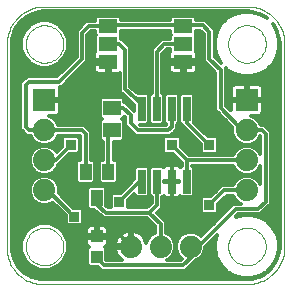
<source format=gtl>
G75*
G70*
%OFA0B0*%
%FSLAX24Y24*%
%IPPOS*%
%LPD*%
%AMOC8*
5,1,8,0,0,1.08239X$1,22.5*
%
%ADD10C,0.0000*%
%ADD11R,0.0740X0.0740*%
%ADD12C,0.0740*%
%ADD13R,0.0394X0.0433*%
%ADD14R,0.0260X0.0800*%
%ADD15R,0.0630X0.0460*%
%ADD16R,0.0394X0.0551*%
%ADD17R,0.0591X0.0512*%
%ADD18C,0.0120*%
%ADD19R,0.0356X0.0356*%
D10*
X000536Y001785D02*
X000534Y001719D01*
X000536Y001653D01*
X000542Y001587D01*
X000551Y001521D01*
X000564Y001456D01*
X000581Y001391D01*
X000601Y001328D01*
X000625Y001266D01*
X000652Y001206D01*
X000683Y001147D01*
X000717Y001089D01*
X000754Y001034D01*
X000794Y000981D01*
X000837Y000931D01*
X000882Y000882D01*
X000931Y000837D01*
X000981Y000794D01*
X001034Y000754D01*
X001089Y000717D01*
X001147Y000683D01*
X001206Y000652D01*
X001266Y000625D01*
X001328Y000601D01*
X001391Y000581D01*
X001456Y000564D01*
X001521Y000551D01*
X001587Y000542D01*
X001653Y000536D01*
X001719Y000534D01*
X001785Y000536D01*
X001785Y000535D02*
X008535Y000535D01*
X008603Y000537D01*
X008670Y000542D01*
X008737Y000551D01*
X008804Y000564D01*
X008869Y000581D01*
X008934Y000600D01*
X008998Y000624D01*
X009060Y000651D01*
X009121Y000681D01*
X009179Y000714D01*
X009236Y000750D01*
X009291Y000790D01*
X009344Y000832D01*
X009395Y000878D01*
X009442Y000925D01*
X009488Y000976D01*
X009530Y001029D01*
X009570Y001084D01*
X009606Y001141D01*
X009639Y001199D01*
X009669Y001260D01*
X009696Y001322D01*
X009720Y001386D01*
X009739Y001451D01*
X009756Y001516D01*
X009769Y001583D01*
X009778Y001650D01*
X009783Y001717D01*
X009785Y001785D01*
X009785Y008535D01*
X009783Y008603D01*
X009778Y008670D01*
X009769Y008737D01*
X009756Y008804D01*
X009739Y008869D01*
X009720Y008934D01*
X009696Y008998D01*
X009669Y009060D01*
X009639Y009121D01*
X009606Y009179D01*
X009570Y009236D01*
X009530Y009291D01*
X009488Y009344D01*
X009442Y009395D01*
X009395Y009442D01*
X009344Y009488D01*
X009291Y009530D01*
X009236Y009570D01*
X009179Y009606D01*
X009121Y009639D01*
X009060Y009669D01*
X008998Y009696D01*
X008934Y009720D01*
X008869Y009739D01*
X008804Y009756D01*
X008737Y009769D01*
X008670Y009778D01*
X008603Y009783D01*
X008535Y009785D01*
X001785Y009785D01*
X001160Y008535D02*
X001162Y008585D01*
X001168Y008634D01*
X001178Y008683D01*
X001191Y008730D01*
X001209Y008777D01*
X001230Y008822D01*
X001254Y008865D01*
X001282Y008906D01*
X001313Y008945D01*
X001347Y008981D01*
X001384Y009015D01*
X001424Y009045D01*
X001465Y009072D01*
X001509Y009096D01*
X001554Y009116D01*
X001601Y009132D01*
X001649Y009145D01*
X001698Y009154D01*
X001748Y009159D01*
X001797Y009160D01*
X001847Y009157D01*
X001896Y009150D01*
X001945Y009139D01*
X001992Y009125D01*
X002038Y009106D01*
X002083Y009084D01*
X002126Y009059D01*
X002166Y009030D01*
X002204Y008998D01*
X002240Y008964D01*
X002273Y008926D01*
X002302Y008886D01*
X002328Y008844D01*
X002351Y008800D01*
X002370Y008754D01*
X002386Y008707D01*
X002398Y008658D01*
X002406Y008609D01*
X002410Y008560D01*
X002410Y008510D01*
X002406Y008461D01*
X002398Y008412D01*
X002386Y008363D01*
X002370Y008316D01*
X002351Y008270D01*
X002328Y008226D01*
X002302Y008184D01*
X002273Y008144D01*
X002240Y008106D01*
X002204Y008072D01*
X002166Y008040D01*
X002126Y008011D01*
X002083Y007986D01*
X002038Y007964D01*
X001992Y007945D01*
X001945Y007931D01*
X001896Y007920D01*
X001847Y007913D01*
X001797Y007910D01*
X001748Y007911D01*
X001698Y007916D01*
X001649Y007925D01*
X001601Y007938D01*
X001554Y007954D01*
X001509Y007974D01*
X001465Y007998D01*
X001424Y008025D01*
X001384Y008055D01*
X001347Y008089D01*
X001313Y008125D01*
X001282Y008164D01*
X001254Y008205D01*
X001230Y008248D01*
X001209Y008293D01*
X001191Y008340D01*
X001178Y008387D01*
X001168Y008436D01*
X001162Y008485D01*
X001160Y008535D01*
X000535Y008535D02*
X000535Y001785D01*
X001160Y001785D02*
X001162Y001835D01*
X001168Y001884D01*
X001178Y001933D01*
X001191Y001980D01*
X001209Y002027D01*
X001230Y002072D01*
X001254Y002115D01*
X001282Y002156D01*
X001313Y002195D01*
X001347Y002231D01*
X001384Y002265D01*
X001424Y002295D01*
X001465Y002322D01*
X001509Y002346D01*
X001554Y002366D01*
X001601Y002382D01*
X001649Y002395D01*
X001698Y002404D01*
X001748Y002409D01*
X001797Y002410D01*
X001847Y002407D01*
X001896Y002400D01*
X001945Y002389D01*
X001992Y002375D01*
X002038Y002356D01*
X002083Y002334D01*
X002126Y002309D01*
X002166Y002280D01*
X002204Y002248D01*
X002240Y002214D01*
X002273Y002176D01*
X002302Y002136D01*
X002328Y002094D01*
X002351Y002050D01*
X002370Y002004D01*
X002386Y001957D01*
X002398Y001908D01*
X002406Y001859D01*
X002410Y001810D01*
X002410Y001760D01*
X002406Y001711D01*
X002398Y001662D01*
X002386Y001613D01*
X002370Y001566D01*
X002351Y001520D01*
X002328Y001476D01*
X002302Y001434D01*
X002273Y001394D01*
X002240Y001356D01*
X002204Y001322D01*
X002166Y001290D01*
X002126Y001261D01*
X002083Y001236D01*
X002038Y001214D01*
X001992Y001195D01*
X001945Y001181D01*
X001896Y001170D01*
X001847Y001163D01*
X001797Y001160D01*
X001748Y001161D01*
X001698Y001166D01*
X001649Y001175D01*
X001601Y001188D01*
X001554Y001204D01*
X001509Y001224D01*
X001465Y001248D01*
X001424Y001275D01*
X001384Y001305D01*
X001347Y001339D01*
X001313Y001375D01*
X001282Y001414D01*
X001254Y001455D01*
X001230Y001498D01*
X001209Y001543D01*
X001191Y001590D01*
X001178Y001637D01*
X001168Y001686D01*
X001162Y001735D01*
X001160Y001785D01*
X000535Y008535D02*
X000537Y008603D01*
X000542Y008670D01*
X000551Y008737D01*
X000564Y008804D01*
X000581Y008869D01*
X000600Y008934D01*
X000624Y008998D01*
X000651Y009060D01*
X000681Y009121D01*
X000714Y009179D01*
X000750Y009236D01*
X000790Y009291D01*
X000832Y009344D01*
X000878Y009395D01*
X000925Y009442D01*
X000976Y009488D01*
X001029Y009530D01*
X001084Y009570D01*
X001141Y009606D01*
X001199Y009639D01*
X001260Y009669D01*
X001322Y009696D01*
X001386Y009720D01*
X001451Y009739D01*
X001516Y009756D01*
X001583Y009769D01*
X001650Y009778D01*
X001717Y009783D01*
X001785Y009785D01*
X007910Y008535D02*
X007912Y008585D01*
X007918Y008634D01*
X007928Y008683D01*
X007941Y008730D01*
X007959Y008777D01*
X007980Y008822D01*
X008004Y008865D01*
X008032Y008906D01*
X008063Y008945D01*
X008097Y008981D01*
X008134Y009015D01*
X008174Y009045D01*
X008215Y009072D01*
X008259Y009096D01*
X008304Y009116D01*
X008351Y009132D01*
X008399Y009145D01*
X008448Y009154D01*
X008498Y009159D01*
X008547Y009160D01*
X008597Y009157D01*
X008646Y009150D01*
X008695Y009139D01*
X008742Y009125D01*
X008788Y009106D01*
X008833Y009084D01*
X008876Y009059D01*
X008916Y009030D01*
X008954Y008998D01*
X008990Y008964D01*
X009023Y008926D01*
X009052Y008886D01*
X009078Y008844D01*
X009101Y008800D01*
X009120Y008754D01*
X009136Y008707D01*
X009148Y008658D01*
X009156Y008609D01*
X009160Y008560D01*
X009160Y008510D01*
X009156Y008461D01*
X009148Y008412D01*
X009136Y008363D01*
X009120Y008316D01*
X009101Y008270D01*
X009078Y008226D01*
X009052Y008184D01*
X009023Y008144D01*
X008990Y008106D01*
X008954Y008072D01*
X008916Y008040D01*
X008876Y008011D01*
X008833Y007986D01*
X008788Y007964D01*
X008742Y007945D01*
X008695Y007931D01*
X008646Y007920D01*
X008597Y007913D01*
X008547Y007910D01*
X008498Y007911D01*
X008448Y007916D01*
X008399Y007925D01*
X008351Y007938D01*
X008304Y007954D01*
X008259Y007974D01*
X008215Y007998D01*
X008174Y008025D01*
X008134Y008055D01*
X008097Y008089D01*
X008063Y008125D01*
X008032Y008164D01*
X008004Y008205D01*
X007980Y008248D01*
X007959Y008293D01*
X007941Y008340D01*
X007928Y008387D01*
X007918Y008436D01*
X007912Y008485D01*
X007910Y008535D01*
X007910Y001785D02*
X007912Y001835D01*
X007918Y001884D01*
X007928Y001933D01*
X007941Y001980D01*
X007959Y002027D01*
X007980Y002072D01*
X008004Y002115D01*
X008032Y002156D01*
X008063Y002195D01*
X008097Y002231D01*
X008134Y002265D01*
X008174Y002295D01*
X008215Y002322D01*
X008259Y002346D01*
X008304Y002366D01*
X008351Y002382D01*
X008399Y002395D01*
X008448Y002404D01*
X008498Y002409D01*
X008547Y002410D01*
X008597Y002407D01*
X008646Y002400D01*
X008695Y002389D01*
X008742Y002375D01*
X008788Y002356D01*
X008833Y002334D01*
X008876Y002309D01*
X008916Y002280D01*
X008954Y002248D01*
X008990Y002214D01*
X009023Y002176D01*
X009052Y002136D01*
X009078Y002094D01*
X009101Y002050D01*
X009120Y002004D01*
X009136Y001957D01*
X009148Y001908D01*
X009156Y001859D01*
X009160Y001810D01*
X009160Y001760D01*
X009156Y001711D01*
X009148Y001662D01*
X009136Y001613D01*
X009120Y001566D01*
X009101Y001520D01*
X009078Y001476D01*
X009052Y001434D01*
X009023Y001394D01*
X008990Y001356D01*
X008954Y001322D01*
X008916Y001290D01*
X008876Y001261D01*
X008833Y001236D01*
X008788Y001214D01*
X008742Y001195D01*
X008695Y001181D01*
X008646Y001170D01*
X008597Y001163D01*
X008547Y001160D01*
X008498Y001161D01*
X008448Y001166D01*
X008399Y001175D01*
X008351Y001188D01*
X008304Y001204D01*
X008259Y001224D01*
X008215Y001248D01*
X008174Y001275D01*
X008134Y001305D01*
X008097Y001339D01*
X008063Y001375D01*
X008032Y001414D01*
X008004Y001455D01*
X007980Y001498D01*
X007959Y001543D01*
X007941Y001590D01*
X007928Y001637D01*
X007918Y001686D01*
X007912Y001735D01*
X007910Y001785D01*
D11*
X008535Y006660D03*
X001785Y006660D03*
D12*
X001785Y005660D03*
X001785Y004660D03*
X001785Y003660D03*
X004660Y001785D03*
X005660Y001785D03*
X006660Y001785D03*
X008535Y003660D03*
X008535Y004660D03*
X008535Y005660D03*
D13*
X003535Y002120D03*
X003535Y001450D03*
D14*
X005035Y003950D03*
X005535Y003950D03*
X006035Y003950D03*
X006535Y003950D03*
X006535Y006370D03*
X006035Y006370D03*
X005535Y006370D03*
X005035Y006370D03*
D15*
X003910Y007935D03*
X003910Y008535D03*
X003910Y009135D03*
X006410Y009135D03*
X006410Y008535D03*
X006410Y007935D03*
D16*
X003909Y004281D03*
X003161Y004281D03*
X003535Y003414D03*
D17*
X004035Y005661D03*
X004035Y006409D03*
D18*
X001607Y001009D02*
X000995Y001009D01*
X000901Y001103D02*
X000762Y001354D01*
X000697Y001633D01*
X000695Y001764D01*
X000695Y001781D01*
X000698Y001843D01*
X000695Y001846D01*
X000695Y008535D01*
X000708Y008706D01*
X000814Y009030D01*
X001014Y009306D01*
X001290Y009506D01*
X001614Y009612D01*
X001785Y009625D01*
X008535Y009625D01*
X008706Y009612D01*
X009030Y009506D01*
X009190Y009390D01*
X008947Y009530D01*
X008676Y009603D01*
X008394Y009603D01*
X008123Y009530D01*
X007879Y009389D01*
X007681Y009191D01*
X007540Y008947D01*
X007467Y008676D01*
X007467Y008394D01*
X007540Y008123D01*
X007661Y007914D01*
X007465Y008110D01*
X007465Y009010D01*
X007135Y009340D01*
X006845Y009340D01*
X006845Y009415D01*
X006775Y009485D01*
X006045Y009485D01*
X005975Y009415D01*
X005975Y009340D01*
X004345Y009340D01*
X004345Y009415D01*
X004275Y009485D01*
X003545Y009485D01*
X003475Y009415D01*
X003475Y009315D01*
X003185Y009315D01*
X003080Y009210D01*
X003080Y009210D01*
X002855Y008985D01*
X002855Y008110D01*
X002210Y007465D01*
X001210Y007465D01*
X001085Y007340D01*
X000980Y007235D01*
X000980Y005710D01*
X001105Y005585D01*
X001210Y005480D01*
X001329Y005480D01*
X001370Y005382D01*
X001507Y005245D01*
X001688Y005170D01*
X001882Y005170D01*
X002063Y005245D01*
X002200Y005382D01*
X002241Y005480D01*
X002961Y005480D01*
X002981Y005460D01*
X002981Y004676D01*
X002914Y004676D01*
X002844Y004606D01*
X002844Y003955D01*
X002914Y003885D01*
X003408Y003885D01*
X003478Y003955D01*
X003478Y004606D01*
X003408Y004676D01*
X003341Y004676D01*
X003341Y005610D01*
X003111Y005840D01*
X002241Y005840D01*
X002200Y005938D01*
X002063Y006075D01*
X001931Y006130D01*
X002176Y006130D01*
X002217Y006141D01*
X002253Y006162D01*
X002283Y006192D01*
X002304Y006228D01*
X002315Y006269D01*
X002315Y006620D01*
X001825Y006620D01*
X001825Y006700D01*
X002315Y006700D01*
X002315Y007051D01*
X002304Y007092D01*
X002296Y007105D01*
X002360Y007105D01*
X002465Y007210D01*
X003215Y007960D01*
X003215Y008835D01*
X003335Y008955D01*
X003475Y008955D01*
X003475Y008855D01*
X003495Y008835D01*
X003475Y008815D01*
X003475Y008271D01*
X003467Y008263D01*
X003446Y008227D01*
X003435Y008186D01*
X003435Y007990D01*
X003855Y007990D01*
X003855Y007880D01*
X003965Y007880D01*
X003965Y007545D01*
X004246Y007545D01*
X004287Y007556D01*
X004293Y007559D01*
X004293Y007103D01*
X004288Y007099D01*
X004293Y007030D01*
X004293Y006960D01*
X004297Y006956D01*
X004297Y006950D01*
X004349Y006904D01*
X004398Y006855D01*
X004404Y006855D01*
X004785Y006516D01*
X004785Y006290D01*
X004590Y006485D01*
X004485Y006590D01*
X004450Y006590D01*
X004450Y006715D01*
X004380Y006785D01*
X003690Y006785D01*
X003620Y006715D01*
X003620Y006103D01*
X003688Y006035D01*
X003620Y005967D01*
X003620Y005355D01*
X003690Y005285D01*
X003729Y005285D01*
X003729Y004676D01*
X003662Y004676D01*
X003592Y004606D01*
X003592Y003955D01*
X003662Y003885D01*
X004156Y003885D01*
X004226Y003955D01*
X004226Y004606D01*
X004156Y004676D01*
X004089Y004676D01*
X004089Y005285D01*
X004380Y005285D01*
X004450Y005355D01*
X004450Y005967D01*
X004382Y006035D01*
X004450Y006103D01*
X004450Y006115D01*
X004480Y006085D01*
X004480Y005835D01*
X004585Y005730D01*
X004835Y005480D01*
X005985Y005480D01*
X006090Y005585D01*
X006215Y005710D01*
X006215Y005850D01*
X006285Y005920D01*
X006355Y005850D01*
X006355Y005835D01*
X006460Y005730D01*
X006460Y005730D01*
X006987Y005204D01*
X006987Y004932D01*
X007057Y004862D01*
X007513Y004862D01*
X007583Y004932D01*
X007583Y005388D01*
X007513Y005458D01*
X007241Y005458D01*
X006782Y005917D01*
X006785Y005920D01*
X006785Y006820D01*
X006715Y006890D01*
X006355Y006890D01*
X006285Y006820D01*
X006285Y005920D01*
X006285Y006820D01*
X006215Y006890D01*
X005855Y006890D01*
X005785Y006820D01*
X005715Y006890D01*
X005715Y008210D01*
X005860Y008355D01*
X005975Y008355D01*
X005975Y008271D01*
X005967Y008263D01*
X005946Y008227D01*
X005935Y008186D01*
X005935Y007990D01*
X006355Y007990D01*
X006355Y007880D01*
X006465Y007880D01*
X006465Y007990D01*
X006885Y007990D01*
X006885Y008186D01*
X006874Y008227D01*
X006853Y008263D01*
X006845Y008271D01*
X006845Y008815D01*
X006825Y008835D01*
X006845Y008855D01*
X006845Y008980D01*
X006985Y008980D01*
X007105Y008860D01*
X007105Y007960D01*
X007210Y007855D01*
X007480Y007585D01*
X007480Y006335D01*
X007585Y006230D01*
X008049Y005767D01*
X008045Y005757D01*
X008045Y005563D01*
X008120Y005382D01*
X008257Y005245D01*
X008438Y005170D01*
X008632Y005170D01*
X008813Y005245D01*
X008950Y005382D01*
X008980Y005454D01*
X008980Y004866D01*
X008950Y004938D01*
X008813Y005075D01*
X008632Y005150D01*
X008438Y005150D01*
X008257Y005075D01*
X008120Y004938D01*
X008079Y004840D01*
X006610Y004840D01*
X006333Y005116D01*
X006333Y005388D01*
X006263Y005458D01*
X005807Y005458D01*
X005737Y005388D01*
X005737Y004932D01*
X005807Y004862D01*
X006079Y004862D01*
X006355Y004585D01*
X006355Y004470D01*
X006308Y004423D01*
X006293Y004448D01*
X006263Y004478D01*
X006227Y004499D01*
X006186Y004510D01*
X006040Y004510D01*
X006040Y003955D01*
X006030Y003955D01*
X006030Y004510D01*
X005884Y004510D01*
X005843Y004499D01*
X005807Y004478D01*
X005777Y004448D01*
X005762Y004423D01*
X005715Y004470D01*
X005355Y004470D01*
X005285Y004400D01*
X005215Y004470D01*
X004855Y004470D01*
X004785Y004400D01*
X004785Y004040D01*
X004329Y003583D01*
X004057Y003583D01*
X003987Y003513D01*
X003987Y003090D01*
X003914Y003090D01*
X003852Y003139D01*
X003852Y003740D01*
X003782Y003810D01*
X003288Y003810D01*
X003218Y003740D01*
X003218Y003089D01*
X003288Y003019D01*
X003422Y003019D01*
X003460Y002980D01*
X003473Y002980D01*
X003732Y002775D01*
X003777Y002730D01*
X003789Y002730D01*
X003799Y002723D01*
X003863Y002730D01*
X005210Y002730D01*
X005480Y002460D01*
X005480Y002241D01*
X005382Y002200D01*
X005245Y002063D01*
X005178Y001902D01*
X005177Y001909D01*
X005151Y001988D01*
X005113Y002063D01*
X005064Y002130D01*
X005005Y002189D01*
X004938Y002238D01*
X004863Y002276D01*
X004784Y002302D01*
X004702Y002315D01*
X004700Y002315D01*
X004700Y001825D01*
X004620Y001825D01*
X004620Y002315D01*
X004618Y002315D01*
X004536Y002302D01*
X004457Y002276D01*
X004382Y002238D01*
X004315Y002189D01*
X004256Y002130D01*
X004207Y002063D01*
X004169Y001988D01*
X004143Y001909D01*
X004130Y001827D01*
X004130Y001825D01*
X004620Y001825D01*
X004620Y001745D01*
X004130Y001745D01*
X004130Y001743D01*
X004143Y001661D01*
X004169Y001582D01*
X004207Y001507D01*
X004256Y001440D01*
X004315Y001381D01*
X004371Y001340D01*
X003860Y001340D01*
X003852Y001348D01*
X003852Y001717D01*
X003807Y001762D01*
X003830Y001775D01*
X003860Y001805D01*
X003881Y001841D01*
X003892Y001882D01*
X003892Y002081D01*
X003573Y002081D01*
X003573Y002158D01*
X003497Y002158D01*
X003497Y002496D01*
X003317Y002496D01*
X003276Y002485D01*
X003240Y002464D01*
X003210Y002434D01*
X003189Y002398D01*
X003178Y002357D01*
X003178Y002158D01*
X003497Y002158D01*
X003497Y002081D01*
X003178Y002081D01*
X003178Y001882D01*
X003189Y001841D01*
X003210Y001805D01*
X003240Y001775D01*
X003263Y001762D01*
X003218Y001717D01*
X003218Y001184D01*
X003288Y001114D01*
X003577Y001114D01*
X003605Y001085D01*
X003710Y000980D01*
X006485Y000980D01*
X006735Y001230D01*
X006829Y001325D01*
X006938Y001370D01*
X007075Y001507D01*
X007150Y001688D01*
X007150Y001770D01*
X007538Y002158D01*
X007475Y001925D01*
X007475Y001645D01*
X007547Y001376D01*
X007687Y001134D01*
X007884Y000937D01*
X008126Y000797D01*
X008395Y000725D01*
X008675Y000725D01*
X008944Y000797D01*
X009186Y000937D01*
X009383Y001134D01*
X009523Y001376D01*
X009595Y001645D01*
X009595Y001925D01*
X009523Y002194D01*
X009625Y002194D01*
X009523Y002194D02*
X009383Y002436D01*
X009186Y002633D01*
X008944Y002773D01*
X008675Y002845D01*
X008395Y002845D01*
X008162Y002782D01*
X008235Y002855D01*
X008985Y002855D01*
X009340Y003210D01*
X009340Y005610D01*
X009235Y005715D01*
X009110Y005840D01*
X008991Y005840D01*
X008950Y005938D01*
X008813Y006075D01*
X008681Y006130D01*
X008926Y006130D01*
X008967Y006141D01*
X009003Y006162D01*
X009033Y006192D01*
X009054Y006228D01*
X009065Y006269D01*
X009065Y006620D01*
X008575Y006620D01*
X008575Y006700D01*
X008495Y006700D01*
X008495Y007190D01*
X008144Y007190D01*
X008103Y007179D01*
X008067Y007158D01*
X008037Y007128D01*
X008016Y007092D01*
X008005Y007051D01*
X008005Y006700D01*
X008495Y006700D01*
X008495Y006620D01*
X008005Y006620D01*
X008005Y006320D01*
X007840Y006485D01*
X007840Y007720D01*
X007879Y007681D01*
X008123Y007540D01*
X008394Y007467D01*
X008676Y007467D01*
X008947Y007540D01*
X009191Y007681D01*
X009389Y007879D01*
X009530Y008123D01*
X009603Y008394D01*
X009603Y008676D01*
X009530Y008947D01*
X009390Y009190D01*
X009506Y009030D01*
X009612Y008706D01*
X009625Y008535D01*
X009625Y001785D01*
X009612Y001614D01*
X009506Y001290D01*
X009306Y001014D01*
X009030Y000814D01*
X008706Y000708D01*
X008535Y000695D01*
X001846Y000695D01*
X001843Y000698D01*
X001781Y000695D01*
X001764Y000695D01*
X001633Y000697D01*
X001354Y000762D01*
X001103Y000901D01*
X000901Y001103D01*
X000887Y001128D02*
X001332Y001128D01*
X001340Y001120D02*
X001629Y001000D01*
X001941Y001000D01*
X002230Y001120D01*
X002450Y001340D01*
X002570Y001629D01*
X002570Y001941D01*
X002450Y002230D01*
X002230Y002450D01*
X001941Y002570D01*
X001629Y002570D01*
X001340Y002450D01*
X001120Y002230D01*
X001000Y001941D01*
X001000Y001629D01*
X001120Y001340D01*
X001340Y001120D01*
X001214Y001246D02*
X000821Y001246D01*
X000759Y001365D02*
X001109Y001365D01*
X001060Y001483D02*
X000732Y001483D01*
X000705Y001602D02*
X001011Y001602D01*
X001000Y001720D02*
X000696Y001720D01*
X000698Y001839D02*
X001000Y001839D01*
X001007Y001957D02*
X000695Y001957D01*
X000695Y002076D02*
X001056Y002076D01*
X001105Y002194D02*
X000695Y002194D01*
X000695Y002313D02*
X001202Y002313D01*
X001321Y002431D02*
X000695Y002431D01*
X000695Y002550D02*
X001579Y002550D01*
X001991Y002550D02*
X002495Y002550D01*
X002487Y002557D02*
X002557Y002487D01*
X003013Y002487D01*
X003083Y002557D01*
X003083Y003013D01*
X003013Y003083D01*
X002741Y003083D01*
X002271Y003553D01*
X002275Y003563D01*
X002275Y003757D01*
X002200Y003938D01*
X002063Y004075D01*
X001882Y004150D01*
X001688Y004150D01*
X001507Y004075D01*
X001370Y003938D01*
X001295Y003757D01*
X001295Y003563D01*
X001370Y003382D01*
X001507Y003245D01*
X001688Y003170D01*
X001882Y003170D01*
X002063Y003245D01*
X002067Y003249D01*
X002487Y002829D01*
X002487Y002557D01*
X002487Y002668D02*
X000695Y002668D01*
X000695Y002787D02*
X002487Y002787D01*
X002410Y002905D02*
X000695Y002905D01*
X000695Y003024D02*
X002292Y003024D01*
X002173Y003142D02*
X000695Y003142D01*
X000695Y003261D02*
X001492Y003261D01*
X001373Y003379D02*
X000695Y003379D01*
X000695Y003498D02*
X001322Y003498D01*
X001295Y003616D02*
X000695Y003616D01*
X000695Y003735D02*
X001295Y003735D01*
X001335Y003853D02*
X000695Y003853D01*
X000695Y003972D02*
X001404Y003972D01*
X001543Y004090D02*
X000695Y004090D01*
X000695Y004209D02*
X001595Y004209D01*
X001507Y004245D02*
X001688Y004170D01*
X001882Y004170D01*
X002063Y004245D01*
X002200Y004382D01*
X002245Y004491D01*
X002616Y004862D01*
X002888Y004862D01*
X002958Y004932D01*
X002958Y005388D01*
X002888Y005458D01*
X002432Y005458D01*
X002362Y005388D01*
X002362Y005116D01*
X002192Y004946D01*
X002063Y005075D01*
X001882Y005150D01*
X001688Y005150D01*
X001507Y005075D01*
X001370Y004938D01*
X001295Y004757D01*
X001295Y004563D01*
X001370Y004382D01*
X001507Y004245D01*
X001425Y004327D02*
X000695Y004327D01*
X000695Y004446D02*
X001343Y004446D01*
X001295Y004564D02*
X000695Y004564D01*
X000695Y004683D02*
X001295Y004683D01*
X001313Y004801D02*
X000695Y004801D01*
X000695Y004920D02*
X001362Y004920D01*
X001470Y005038D02*
X000695Y005038D01*
X000695Y005157D02*
X002362Y005157D01*
X002283Y005038D02*
X002100Y005038D01*
X002093Y005275D02*
X002362Y005275D01*
X002368Y005394D02*
X002205Y005394D01*
X002229Y005868D02*
X003620Y005868D01*
X003620Y005749D02*
X003202Y005749D01*
X003320Y005631D02*
X003620Y005631D01*
X003620Y005512D02*
X003341Y005512D01*
X003341Y005394D02*
X003620Y005394D01*
X003729Y005275D02*
X003341Y005275D01*
X003341Y005157D02*
X003729Y005157D01*
X003729Y005038D02*
X003341Y005038D01*
X003341Y004920D02*
X003729Y004920D01*
X003729Y004801D02*
X003341Y004801D01*
X003341Y004683D02*
X003729Y004683D01*
X003592Y004564D02*
X003478Y004564D01*
X003478Y004446D02*
X003592Y004446D01*
X003592Y004327D02*
X003478Y004327D01*
X003478Y004209D02*
X003592Y004209D01*
X003592Y004090D02*
X003478Y004090D01*
X003478Y003972D02*
X003592Y003972D01*
X003852Y003735D02*
X004480Y003735D01*
X004598Y003853D02*
X002235Y003853D01*
X002275Y003735D02*
X003218Y003735D01*
X003218Y003616D02*
X002275Y003616D01*
X002327Y003498D02*
X003218Y003498D01*
X003218Y003379D02*
X002446Y003379D01*
X002564Y003261D02*
X003218Y003261D01*
X003218Y003142D02*
X002683Y003142D01*
X002785Y002785D02*
X001910Y003660D01*
X001785Y003660D01*
X002166Y003972D02*
X002844Y003972D01*
X002844Y004090D02*
X002027Y004090D01*
X001975Y004209D02*
X002844Y004209D01*
X002844Y004327D02*
X002145Y004327D01*
X002227Y004446D02*
X002844Y004446D01*
X002844Y004564D02*
X002319Y004564D01*
X002437Y004683D02*
X002981Y004683D01*
X002981Y004801D02*
X002556Y004801D01*
X002660Y005160D02*
X002160Y004660D01*
X001785Y004660D01*
X001477Y005275D02*
X000695Y005275D01*
X000695Y005394D02*
X001365Y005394D01*
X001178Y005512D02*
X000695Y005512D01*
X000695Y005631D02*
X001060Y005631D01*
X000980Y005749D02*
X000695Y005749D01*
X000695Y005868D02*
X000980Y005868D01*
X000980Y005986D02*
X000695Y005986D01*
X000695Y006105D02*
X000980Y006105D01*
X000980Y006223D02*
X000695Y006223D01*
X000695Y006342D02*
X000980Y006342D01*
X000980Y006460D02*
X000695Y006460D01*
X000695Y006579D02*
X000980Y006579D01*
X000980Y006697D02*
X000695Y006697D01*
X000695Y006816D02*
X000980Y006816D01*
X000980Y006934D02*
X000695Y006934D01*
X000695Y007053D02*
X000980Y007053D01*
X000980Y007171D02*
X000695Y007171D01*
X000695Y007290D02*
X001035Y007290D01*
X001153Y007408D02*
X000695Y007408D01*
X000695Y007527D02*
X002272Y007527D01*
X002390Y007645D02*
X000695Y007645D01*
X000695Y007764D02*
X001596Y007764D01*
X001629Y007750D02*
X001941Y007750D01*
X002230Y007870D01*
X002450Y008090D01*
X002570Y008379D01*
X002570Y008691D01*
X002450Y008980D01*
X002230Y009200D01*
X001941Y009320D01*
X001629Y009320D01*
X001340Y009200D01*
X001120Y008980D01*
X001000Y008691D01*
X001000Y008379D01*
X001120Y008090D01*
X001340Y007870D01*
X001629Y007750D01*
X001328Y007882D02*
X000695Y007882D01*
X000695Y008001D02*
X001209Y008001D01*
X001108Y008119D02*
X000695Y008119D01*
X000695Y008238D02*
X001059Y008238D01*
X001009Y008356D02*
X000695Y008356D01*
X000695Y008475D02*
X001000Y008475D01*
X001000Y008593D02*
X000700Y008593D01*
X000710Y008712D02*
X001008Y008712D01*
X001058Y008830D02*
X000749Y008830D01*
X000787Y008949D02*
X001107Y008949D01*
X001207Y009067D02*
X000841Y009067D01*
X000927Y009186D02*
X001325Y009186D01*
X001175Y009423D02*
X003483Y009423D01*
X003635Y009135D02*
X003910Y009135D01*
X003935Y009160D01*
X006435Y009160D01*
X006410Y009135D01*
X006435Y009160D02*
X007060Y009160D01*
X007285Y008935D01*
X007285Y008035D01*
X007660Y007660D01*
X007660Y006410D01*
X008285Y005785D01*
X008285Y005660D01*
X008535Y005660D01*
X009035Y005660D01*
X009160Y005535D01*
X009160Y003285D01*
X008910Y003035D01*
X008160Y003035D01*
X006910Y001785D01*
X006660Y001785D01*
X006660Y001410D01*
X006410Y001160D01*
X003785Y001160D01*
X003535Y001410D01*
X003535Y001450D01*
X003852Y001483D02*
X004224Y001483D01*
X004162Y001602D02*
X003852Y001602D01*
X003848Y001720D02*
X004134Y001720D01*
X004132Y001839D02*
X003879Y001839D01*
X003892Y001957D02*
X004159Y001957D01*
X004216Y002076D02*
X003892Y002076D01*
X003892Y002158D02*
X003892Y002357D01*
X003881Y002398D01*
X003860Y002434D01*
X003830Y002464D01*
X003794Y002485D01*
X003753Y002496D01*
X003573Y002496D01*
X003573Y002158D01*
X003892Y002158D01*
X003892Y002194D02*
X004321Y002194D01*
X004325Y002120D02*
X004660Y001785D01*
X004620Y001839D02*
X004700Y001839D01*
X004700Y001957D02*
X004620Y001957D01*
X004620Y002076D02*
X004700Y002076D01*
X004700Y002194D02*
X004620Y002194D01*
X004620Y002313D02*
X004700Y002313D01*
X004717Y002313D02*
X005480Y002313D01*
X005480Y002431D02*
X003862Y002431D01*
X003892Y002313D02*
X004603Y002313D01*
X004325Y002120D02*
X003535Y002120D01*
X003497Y002194D02*
X003573Y002194D01*
X003573Y002313D02*
X003497Y002313D01*
X003497Y002431D02*
X003573Y002431D01*
X003208Y002431D02*
X002249Y002431D01*
X002368Y002313D02*
X003178Y002313D01*
X003178Y002194D02*
X002465Y002194D01*
X002514Y002076D02*
X003178Y002076D01*
X003178Y001957D02*
X002563Y001957D01*
X002570Y001839D02*
X003191Y001839D01*
X003222Y001720D02*
X002570Y001720D01*
X002559Y001602D02*
X003218Y001602D01*
X003218Y001483D02*
X002510Y001483D01*
X002461Y001365D02*
X003218Y001365D01*
X003218Y001246D02*
X002356Y001246D01*
X002238Y001128D02*
X003275Y001128D01*
X003681Y001009D02*
X001963Y001009D01*
X001354Y000762D02*
X001354Y000762D01*
X001335Y000772D02*
X008220Y000772D01*
X007964Y000891D02*
X001121Y000891D01*
X003075Y002550D02*
X005391Y002550D01*
X005272Y002668D02*
X003083Y002668D01*
X003083Y002787D02*
X003718Y002787D01*
X003852Y002910D02*
X003535Y003160D01*
X003535Y003414D01*
X003852Y003379D02*
X003987Y003379D01*
X003987Y003261D02*
X003852Y003261D01*
X003852Y003142D02*
X003987Y003142D01*
X003852Y002910D02*
X005285Y002910D01*
X005660Y002535D01*
X005660Y001785D01*
X005840Y002241D02*
X005840Y002610D01*
X005735Y002715D01*
X005540Y002910D01*
X005715Y003085D01*
X005715Y003430D01*
X005762Y003477D01*
X005777Y003452D01*
X005807Y003422D01*
X005843Y003401D01*
X005884Y003390D01*
X006030Y003390D01*
X006030Y003945D01*
X005785Y003945D01*
X005785Y003955D01*
X006030Y003955D01*
X006030Y003945D01*
X006040Y003945D01*
X006285Y003945D01*
X006285Y003955D01*
X006040Y003955D01*
X006040Y003945D01*
X006040Y003390D01*
X006186Y003390D01*
X006227Y003401D01*
X006263Y003422D01*
X006293Y003452D01*
X006308Y003477D01*
X006355Y003430D01*
X006715Y003430D01*
X006785Y003500D01*
X006785Y004400D01*
X006715Y004470D01*
X006715Y004480D01*
X008079Y004480D01*
X008120Y004382D01*
X008257Y004245D01*
X008438Y004170D01*
X008632Y004170D01*
X008813Y004245D01*
X008950Y004382D01*
X008980Y004454D01*
X008980Y003866D01*
X008950Y003938D01*
X008813Y004075D01*
X008632Y004150D01*
X008438Y004150D01*
X008257Y004075D01*
X008120Y003938D01*
X008079Y003840D01*
X007710Y003840D01*
X007329Y003458D01*
X007057Y003458D01*
X006987Y003388D01*
X006987Y002932D01*
X007057Y002862D01*
X007513Y002862D01*
X007583Y002932D01*
X007583Y003204D01*
X007860Y003480D01*
X008079Y003480D01*
X008120Y003382D01*
X008257Y003245D01*
X008329Y003215D01*
X008085Y003215D01*
X007004Y002134D01*
X006938Y002200D01*
X006757Y002275D01*
X006563Y002275D01*
X006382Y002200D01*
X006245Y002063D01*
X006170Y001882D01*
X006170Y001688D01*
X006245Y001507D01*
X006374Y001378D01*
X006335Y001340D01*
X005866Y001340D01*
X005938Y001370D01*
X006075Y001507D01*
X006150Y001688D01*
X006150Y001882D01*
X006075Y002063D01*
X005938Y002200D01*
X005840Y002241D01*
X005840Y002313D02*
X007183Y002313D01*
X007301Y002431D02*
X005840Y002431D01*
X005840Y002550D02*
X007420Y002550D01*
X007538Y002668D02*
X005782Y002668D01*
X005663Y002787D02*
X007657Y002787D01*
X007556Y002905D02*
X007775Y002905D01*
X007894Y003024D02*
X007583Y003024D01*
X007583Y003142D02*
X008012Y003142D01*
X008242Y003261D02*
X007640Y003261D01*
X007759Y003379D02*
X008123Y003379D01*
X007785Y003660D02*
X007285Y003160D01*
X006987Y003142D02*
X005715Y003142D01*
X005715Y003261D02*
X006987Y003261D01*
X006987Y003379D02*
X005715Y003379D01*
X005535Y003160D02*
X005285Y002910D01*
X005210Y003090D02*
X004583Y003090D01*
X004583Y003329D01*
X004785Y003530D01*
X004785Y003500D01*
X004855Y003430D01*
X005215Y003430D01*
X005285Y003500D01*
X005285Y004400D01*
X005285Y003500D01*
X005355Y003430D01*
X005355Y003235D01*
X005210Y003090D01*
X005262Y003142D02*
X004583Y003142D01*
X004583Y003261D02*
X005355Y003261D01*
X005355Y003379D02*
X004634Y003379D01*
X004752Y003498D02*
X004788Y003498D01*
X004361Y003616D02*
X003852Y003616D01*
X003852Y003498D02*
X003987Y003498D01*
X004285Y003285D02*
X004950Y003950D01*
X005035Y003950D01*
X004785Y004090D02*
X004226Y004090D01*
X004226Y003972D02*
X004717Y003972D01*
X004785Y004209D02*
X004226Y004209D01*
X004226Y004327D02*
X004785Y004327D01*
X004831Y004446D02*
X004226Y004446D01*
X004226Y004564D02*
X006355Y004564D01*
X006331Y004446D02*
X006295Y004446D01*
X006258Y004683D02*
X004089Y004683D01*
X004089Y004801D02*
X006139Y004801D01*
X006412Y005038D02*
X006987Y005038D01*
X006987Y005157D02*
X006333Y005157D01*
X006333Y005275D02*
X006915Y005275D01*
X006797Y005394D02*
X006327Y005394D01*
X006135Y005631D02*
X006560Y005631D01*
X006441Y005749D02*
X006215Y005749D01*
X006232Y005868D02*
X006338Y005868D01*
X006285Y005986D02*
X006285Y005986D01*
X006285Y006105D02*
X006285Y006105D01*
X006285Y006223D02*
X006285Y006223D01*
X006285Y006342D02*
X006285Y006342D01*
X006285Y006460D02*
X006285Y006460D01*
X006285Y006579D02*
X006285Y006579D01*
X006285Y006697D02*
X006285Y006697D01*
X006285Y006816D02*
X006285Y006816D01*
X005785Y006816D02*
X005785Y006816D01*
X005785Y006820D02*
X005785Y005920D01*
X005715Y005850D01*
X005355Y005850D01*
X005285Y005920D01*
X005285Y006820D01*
X005355Y006890D01*
X005355Y008360D01*
X005460Y008465D01*
X005710Y008715D01*
X005975Y008715D01*
X005975Y008815D01*
X005995Y008835D01*
X005975Y008855D01*
X005975Y008980D01*
X004345Y008980D01*
X004345Y008855D01*
X004325Y008835D01*
X004345Y008815D01*
X004345Y008715D01*
X004360Y008715D01*
X004547Y008527D01*
X004652Y008422D01*
X004652Y007116D01*
X004907Y006890D01*
X005215Y006890D01*
X005285Y006820D01*
X005285Y005920D01*
X005215Y005850D01*
X004975Y005850D01*
X004985Y005840D01*
X005835Y005840D01*
X005850Y005855D01*
X005785Y005920D01*
X005785Y006820D01*
X005715Y006934D02*
X007480Y006934D01*
X007480Y006816D02*
X006785Y006816D01*
X006785Y006697D02*
X007480Y006697D01*
X007480Y006579D02*
X006785Y006579D01*
X006785Y006460D02*
X007480Y006460D01*
X007480Y006342D02*
X006785Y006342D01*
X006785Y006223D02*
X007592Y006223D01*
X007711Y006105D02*
X006785Y006105D01*
X006785Y005986D02*
X007829Y005986D01*
X007948Y005868D02*
X006832Y005868D01*
X006951Y005749D02*
X008045Y005749D01*
X008045Y005631D02*
X007069Y005631D01*
X007188Y005512D02*
X008066Y005512D01*
X008115Y005394D02*
X007577Y005394D01*
X007583Y005275D02*
X008227Y005275D01*
X008220Y005038D02*
X007583Y005038D01*
X007583Y005157D02*
X008980Y005157D01*
X008980Y005038D02*
X008850Y005038D01*
X008958Y004920D02*
X008980Y004920D01*
X009340Y004920D02*
X009625Y004920D01*
X009625Y005038D02*
X009340Y005038D01*
X009340Y005157D02*
X009625Y005157D01*
X009625Y005275D02*
X009340Y005275D01*
X009340Y005394D02*
X009625Y005394D01*
X009625Y005512D02*
X009340Y005512D01*
X009319Y005631D02*
X009625Y005631D01*
X009625Y005749D02*
X009201Y005749D01*
X008979Y005868D02*
X009625Y005868D01*
X009625Y005986D02*
X008902Y005986D01*
X008742Y006105D02*
X009625Y006105D01*
X009625Y006223D02*
X009051Y006223D01*
X009065Y006342D02*
X009625Y006342D01*
X009625Y006460D02*
X009065Y006460D01*
X009065Y006579D02*
X009625Y006579D01*
X009625Y006697D02*
X008575Y006697D01*
X008575Y006700D02*
X009065Y006700D01*
X009065Y007051D01*
X009054Y007092D01*
X009033Y007128D01*
X009003Y007158D01*
X008967Y007179D01*
X008926Y007190D01*
X008575Y007190D01*
X008575Y006700D01*
X008495Y006697D02*
X007840Y006697D01*
X007840Y006579D02*
X008005Y006579D01*
X008005Y006460D02*
X007865Y006460D01*
X007983Y006342D02*
X008005Y006342D01*
X008005Y006816D02*
X007840Y006816D01*
X007840Y006934D02*
X008005Y006934D01*
X008005Y007053D02*
X007840Y007053D01*
X007840Y007171D02*
X008089Y007171D01*
X007840Y007290D02*
X009625Y007290D01*
X009625Y007408D02*
X007840Y007408D01*
X007840Y007527D02*
X008173Y007527D01*
X007941Y007645D02*
X007840Y007645D01*
X007480Y007527D02*
X005715Y007527D01*
X005715Y007408D02*
X007480Y007408D01*
X007480Y007290D02*
X005715Y007290D01*
X005715Y007171D02*
X007480Y007171D01*
X007480Y007053D02*
X005715Y007053D01*
X005355Y007053D02*
X004724Y007053D01*
X004652Y007171D02*
X005355Y007171D01*
X005355Y007290D02*
X004652Y007290D01*
X004652Y007408D02*
X005355Y007408D01*
X005355Y007527D02*
X004652Y007527D01*
X004652Y007645D02*
X005355Y007645D01*
X005355Y007764D02*
X004652Y007764D01*
X004652Y007882D02*
X005355Y007882D01*
X005355Y008001D02*
X004652Y008001D01*
X004652Y008119D02*
X005355Y008119D01*
X005355Y008238D02*
X004652Y008238D01*
X004652Y008356D02*
X005355Y008356D01*
X005470Y008475D02*
X004600Y008475D01*
X004482Y008593D02*
X005588Y008593D01*
X005707Y008712D02*
X004363Y008712D01*
X004330Y008830D02*
X005990Y008830D01*
X005975Y008949D02*
X004345Y008949D01*
X004285Y008535D02*
X004473Y008348D01*
X004473Y007035D01*
X005035Y006535D01*
X005035Y006370D01*
X004785Y006342D02*
X004733Y006342D01*
X004785Y006460D02*
X004615Y006460D01*
X004715Y006579D02*
X004496Y006579D01*
X004450Y006697D02*
X004582Y006697D01*
X004448Y006816D02*
X002315Y006816D01*
X002315Y006934D02*
X004315Y006934D01*
X004291Y007053D02*
X002315Y007053D01*
X002426Y007171D02*
X004293Y007171D01*
X004293Y007290D02*
X002544Y007290D01*
X002663Y007408D02*
X004293Y007408D01*
X004293Y007527D02*
X002781Y007527D01*
X002900Y007645D02*
X003445Y007645D01*
X003446Y007643D02*
X003467Y007607D01*
X003497Y007577D01*
X003533Y007556D01*
X003574Y007545D01*
X003855Y007545D01*
X003855Y007880D01*
X003435Y007880D01*
X003435Y007684D01*
X003446Y007643D01*
X003435Y007764D02*
X003018Y007764D01*
X003137Y007882D02*
X003855Y007882D01*
X003910Y007935D02*
X004035Y007285D01*
X003965Y007645D02*
X003855Y007645D01*
X003855Y007764D02*
X003965Y007764D01*
X003435Y008001D02*
X003215Y008001D01*
X003215Y008119D02*
X003435Y008119D01*
X003452Y008238D02*
X003215Y008238D01*
X003215Y008356D02*
X003475Y008356D01*
X003475Y008475D02*
X003215Y008475D01*
X003215Y008593D02*
X003475Y008593D01*
X003475Y008712D02*
X003215Y008712D01*
X003215Y008830D02*
X003490Y008830D01*
X003475Y008949D02*
X003328Y008949D01*
X003260Y009135D02*
X003910Y009135D01*
X004337Y009423D02*
X005983Y009423D01*
X006837Y009423D02*
X007937Y009423D01*
X007794Y009304D02*
X007171Y009304D01*
X007289Y009186D02*
X007678Y009186D01*
X007609Y009067D02*
X007408Y009067D01*
X007465Y008949D02*
X007541Y008949D01*
X007509Y008830D02*
X007465Y008830D01*
X007465Y008712D02*
X007477Y008712D01*
X007465Y008593D02*
X007467Y008593D01*
X007465Y008475D02*
X007467Y008475D01*
X007465Y008356D02*
X007478Y008356D01*
X007465Y008238D02*
X007509Y008238D01*
X007542Y008119D02*
X007465Y008119D01*
X007574Y008001D02*
X007611Y008001D01*
X007302Y007764D02*
X006885Y007764D01*
X006885Y007684D02*
X006885Y007880D01*
X006465Y007880D01*
X006465Y007545D01*
X006746Y007545D01*
X006787Y007556D01*
X006823Y007577D01*
X006853Y007607D01*
X006874Y007643D01*
X006885Y007684D01*
X006875Y007645D02*
X007420Y007645D01*
X007183Y007882D02*
X006465Y007882D01*
X006355Y007882D02*
X005715Y007882D01*
X005715Y007764D02*
X005935Y007764D01*
X005935Y007684D02*
X005946Y007643D01*
X005967Y007607D01*
X005997Y007577D01*
X006033Y007556D01*
X006074Y007545D01*
X006355Y007545D01*
X006355Y007880D01*
X005935Y007880D01*
X005935Y007684D01*
X005945Y007645D02*
X005715Y007645D01*
X005715Y008001D02*
X005935Y008001D01*
X005935Y008119D02*
X005715Y008119D01*
X005742Y008238D02*
X005952Y008238D01*
X005785Y008535D02*
X005535Y008285D01*
X005535Y006370D01*
X005285Y006342D02*
X005285Y006342D01*
X005285Y006460D02*
X005285Y006460D01*
X005285Y006579D02*
X005285Y006579D01*
X005285Y006697D02*
X005285Y006697D01*
X005285Y006816D02*
X005285Y006816D01*
X005355Y006934D02*
X004857Y006934D01*
X004410Y006410D02*
X004036Y006410D01*
X004035Y006409D01*
X004410Y006410D02*
X004660Y006160D01*
X004660Y005910D01*
X004910Y005660D01*
X005910Y005660D01*
X006035Y005785D01*
X006035Y006370D01*
X005785Y006342D02*
X005785Y006342D01*
X005785Y006460D02*
X005785Y006460D01*
X005785Y006579D02*
X005785Y006579D01*
X005785Y006697D02*
X005785Y006697D01*
X005785Y006223D02*
X005785Y006223D01*
X005785Y006105D02*
X005785Y006105D01*
X005785Y005986D02*
X005785Y005986D01*
X005732Y005868D02*
X005838Y005868D01*
X006017Y005512D02*
X006678Y005512D01*
X006535Y005910D02*
X006535Y006370D01*
X006535Y005910D02*
X007285Y005160D01*
X007000Y004920D02*
X006530Y004920D01*
X006535Y004660D02*
X006535Y003950D01*
X006535Y003660D01*
X006785Y003616D02*
X007486Y003616D01*
X007605Y003735D02*
X006785Y003735D01*
X006785Y003853D02*
X008085Y003853D01*
X008154Y003972D02*
X006785Y003972D01*
X006785Y004090D02*
X008293Y004090D01*
X008345Y004209D02*
X006785Y004209D01*
X006785Y004327D02*
X008175Y004327D01*
X008093Y004446D02*
X006739Y004446D01*
X006535Y004660D02*
X008535Y004660D01*
X008895Y004327D02*
X008980Y004327D01*
X008980Y004209D02*
X008725Y004209D01*
X008777Y004090D02*
X008980Y004090D01*
X008980Y003972D02*
X008916Y003972D01*
X009340Y003972D02*
X009625Y003972D01*
X009625Y004090D02*
X009340Y004090D01*
X009340Y004209D02*
X009625Y004209D01*
X009625Y004327D02*
X009340Y004327D01*
X009340Y004446D02*
X009625Y004446D01*
X009625Y004564D02*
X009340Y004564D01*
X009340Y004683D02*
X009625Y004683D01*
X009625Y004801D02*
X009340Y004801D01*
X008980Y004446D02*
X008977Y004446D01*
X009340Y003853D02*
X009625Y003853D01*
X009625Y003735D02*
X009340Y003735D01*
X009340Y003616D02*
X009625Y003616D01*
X009625Y003498D02*
X009340Y003498D01*
X009340Y003379D02*
X009625Y003379D01*
X009625Y003261D02*
X009340Y003261D01*
X009272Y003142D02*
X009625Y003142D01*
X009625Y003024D02*
X009153Y003024D01*
X009035Y002905D02*
X009625Y002905D01*
X009625Y002787D02*
X008893Y002787D01*
X009126Y002668D02*
X009625Y002668D01*
X009625Y002550D02*
X009270Y002550D01*
X009386Y002431D02*
X009625Y002431D01*
X009625Y002313D02*
X009454Y002313D01*
X009555Y002076D02*
X009625Y002076D01*
X009625Y001957D02*
X009586Y001957D01*
X009595Y001839D02*
X009625Y001839D01*
X009620Y001720D02*
X009595Y001720D01*
X009583Y001602D02*
X009607Y001602D01*
X009569Y001483D02*
X009551Y001483D01*
X009530Y001365D02*
X009516Y001365D01*
X009474Y001246D02*
X009448Y001246D01*
X009388Y001128D02*
X009377Y001128D01*
X009299Y001009D02*
X009258Y001009D01*
X009135Y000891D02*
X009106Y000891D01*
X008901Y000772D02*
X008850Y000772D01*
X007812Y001009D02*
X006514Y001009D01*
X006632Y001128D02*
X007693Y001128D01*
X007622Y001246D02*
X006751Y001246D01*
X006925Y001365D02*
X007554Y001365D01*
X007519Y001483D02*
X007051Y001483D01*
X007114Y001602D02*
X007487Y001602D01*
X007475Y001720D02*
X007150Y001720D01*
X007218Y001839D02*
X007475Y001839D01*
X007484Y001957D02*
X007337Y001957D01*
X007455Y002076D02*
X007515Y002076D01*
X007064Y002194D02*
X006944Y002194D01*
X006376Y002194D02*
X005944Y002194D01*
X006062Y002076D02*
X006258Y002076D01*
X006201Y001957D02*
X006119Y001957D01*
X006150Y001839D02*
X006170Y001839D01*
X006170Y001720D02*
X006150Y001720D01*
X006114Y001602D02*
X006206Y001602D01*
X006269Y001483D02*
X006051Y001483D01*
X005925Y001365D02*
X006360Y001365D01*
X005376Y002194D02*
X004999Y002194D01*
X005104Y002076D02*
X005258Y002076D01*
X005201Y001957D02*
X005161Y001957D01*
X004337Y001365D02*
X003852Y001365D01*
X003568Y002905D02*
X003083Y002905D01*
X003072Y003024D02*
X003284Y003024D01*
X003161Y004281D02*
X003161Y005535D01*
X003036Y005660D01*
X001785Y005660D01*
X001285Y005660D01*
X001160Y005785D01*
X001160Y007160D01*
X001285Y007285D01*
X002285Y007285D01*
X003035Y008035D01*
X003035Y008910D01*
X003260Y009135D01*
X003174Y009304D02*
X001980Y009304D01*
X002245Y009186D02*
X003056Y009186D01*
X002937Y009067D02*
X002363Y009067D01*
X002463Y008949D02*
X002855Y008949D01*
X002855Y008830D02*
X002512Y008830D01*
X002562Y008712D02*
X002855Y008712D01*
X002855Y008593D02*
X002570Y008593D01*
X002570Y008475D02*
X002855Y008475D01*
X002855Y008356D02*
X002561Y008356D01*
X002511Y008238D02*
X002855Y008238D01*
X002855Y008119D02*
X002462Y008119D01*
X002361Y008001D02*
X002746Y008001D01*
X002627Y007882D02*
X002242Y007882D01*
X002509Y007764D02*
X001974Y007764D01*
X001825Y006697D02*
X003620Y006697D01*
X003620Y006579D02*
X002315Y006579D01*
X002315Y006460D02*
X003620Y006460D01*
X003620Y006342D02*
X002315Y006342D01*
X002301Y006223D02*
X003620Y006223D01*
X003620Y006105D02*
X001992Y006105D01*
X002152Y005986D02*
X003639Y005986D01*
X004035Y005661D02*
X003909Y005535D01*
X003909Y004281D01*
X004089Y004920D02*
X005750Y004920D01*
X005737Y005038D02*
X004089Y005038D01*
X004089Y005157D02*
X005737Y005157D01*
X005737Y005275D02*
X004089Y005275D01*
X004450Y005394D02*
X005743Y005394D01*
X006035Y005160D02*
X006535Y004660D01*
X006040Y004446D02*
X006030Y004446D01*
X006030Y004327D02*
X006040Y004327D01*
X006030Y004209D02*
X006040Y004209D01*
X006030Y004090D02*
X006040Y004090D01*
X006030Y003972D02*
X006040Y003972D01*
X006030Y003853D02*
X006040Y003853D01*
X006030Y003735D02*
X006040Y003735D01*
X006030Y003616D02*
X006040Y003616D01*
X006030Y003498D02*
X006040Y003498D01*
X005653Y003024D02*
X006987Y003024D01*
X007014Y002905D02*
X005545Y002905D01*
X005535Y003160D02*
X005535Y003950D01*
X005285Y003972D02*
X005285Y003972D01*
X005285Y004090D02*
X005285Y004090D01*
X005285Y004209D02*
X005285Y004209D01*
X005285Y004327D02*
X005285Y004327D01*
X005239Y004446D02*
X005331Y004446D01*
X005739Y004446D02*
X005775Y004446D01*
X005285Y003853D02*
X005285Y003853D01*
X005285Y003735D02*
X005285Y003735D01*
X005285Y003616D02*
X005285Y003616D01*
X005282Y003498D02*
X005288Y003498D01*
X006782Y003498D02*
X007368Y003498D01*
X007785Y003660D02*
X008535Y003660D01*
X008177Y002787D02*
X008166Y002787D01*
X008112Y004920D02*
X007570Y004920D01*
X008843Y005275D02*
X008980Y005275D01*
X008980Y005394D02*
X008955Y005394D01*
X009065Y006816D02*
X009625Y006816D01*
X009625Y006934D02*
X009065Y006934D01*
X009065Y007053D02*
X009625Y007053D01*
X009625Y007171D02*
X008981Y007171D01*
X008897Y007527D02*
X009625Y007527D01*
X009625Y007645D02*
X009129Y007645D01*
X009274Y007764D02*
X009625Y007764D01*
X009625Y007882D02*
X009391Y007882D01*
X009459Y008001D02*
X009625Y008001D01*
X009625Y008119D02*
X009528Y008119D01*
X009561Y008238D02*
X009625Y008238D01*
X009625Y008356D02*
X009592Y008356D01*
X009603Y008475D02*
X009625Y008475D01*
X009620Y008593D02*
X009603Y008593D01*
X009593Y008712D02*
X009610Y008712D01*
X009571Y008830D02*
X009561Y008830D01*
X009533Y008949D02*
X009529Y008949D01*
X009479Y009067D02*
X009461Y009067D01*
X009392Y009186D02*
X009393Y009186D01*
X009145Y009423D02*
X009133Y009423D01*
X008923Y009541D02*
X008906Y009541D01*
X008164Y009541D02*
X001397Y009541D01*
X001590Y009304D02*
X001013Y009304D01*
X003910Y008535D02*
X004285Y008535D01*
X005785Y008535D02*
X006410Y008535D01*
X006845Y008593D02*
X007105Y008593D01*
X007105Y008475D02*
X006845Y008475D01*
X006845Y008356D02*
X007105Y008356D01*
X007105Y008238D02*
X006868Y008238D01*
X006885Y008119D02*
X007105Y008119D01*
X007105Y008001D02*
X006885Y008001D01*
X006465Y007764D02*
X006355Y007764D01*
X006355Y007645D02*
X006465Y007645D01*
X006845Y008712D02*
X007105Y008712D01*
X007105Y008830D02*
X006830Y008830D01*
X006845Y008949D02*
X007017Y008949D01*
X008495Y007171D02*
X008575Y007171D01*
X008575Y007053D02*
X008495Y007053D01*
X008495Y006934D02*
X008575Y006934D01*
X008575Y006816D02*
X008495Y006816D01*
X005285Y006223D02*
X005285Y006223D01*
X005285Y006105D02*
X005285Y006105D01*
X005285Y005986D02*
X005285Y005986D01*
X005232Y005868D02*
X005338Y005868D01*
X004803Y005512D02*
X004450Y005512D01*
X004450Y005631D02*
X004685Y005631D01*
X004566Y005749D02*
X004450Y005749D01*
X004450Y005868D02*
X004480Y005868D01*
X004480Y005986D02*
X004431Y005986D01*
X004450Y006105D02*
X004461Y006105D01*
X002981Y005394D02*
X002952Y005394D01*
X002958Y005275D02*
X002981Y005275D01*
X002981Y005157D02*
X002958Y005157D01*
X002958Y005038D02*
X002981Y005038D01*
X002981Y004920D02*
X002945Y004920D01*
D19*
X002660Y005160D03*
X004285Y003285D03*
X002785Y002785D03*
X006035Y005160D03*
X007285Y005160D03*
X007285Y003160D03*
X006160Y003035D03*
X004910Y007285D03*
X004035Y007285D03*
X007160Y007348D03*
M02*

</source>
